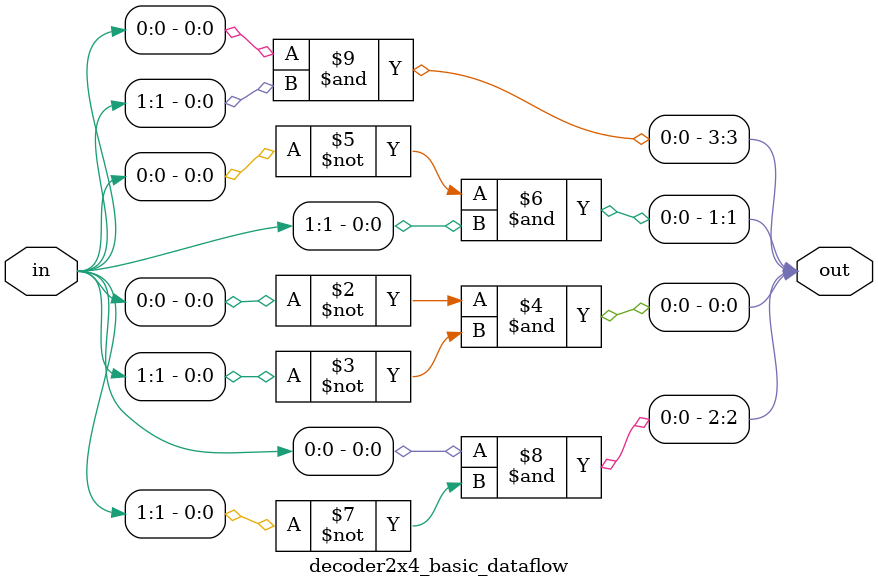
<source format=v>
module decoder2x4_basic_dataflow(input [1:0] in, output reg [3:0] out);


    always @(*) begin
        out[0] = ~in[0] & ~in[1];
        out[1] = ~in[0] & in[1];
        out[2] = in[0] & ~in[1];
        out[3] = in[0] & in[1];
        
    end

endmodule

</source>
